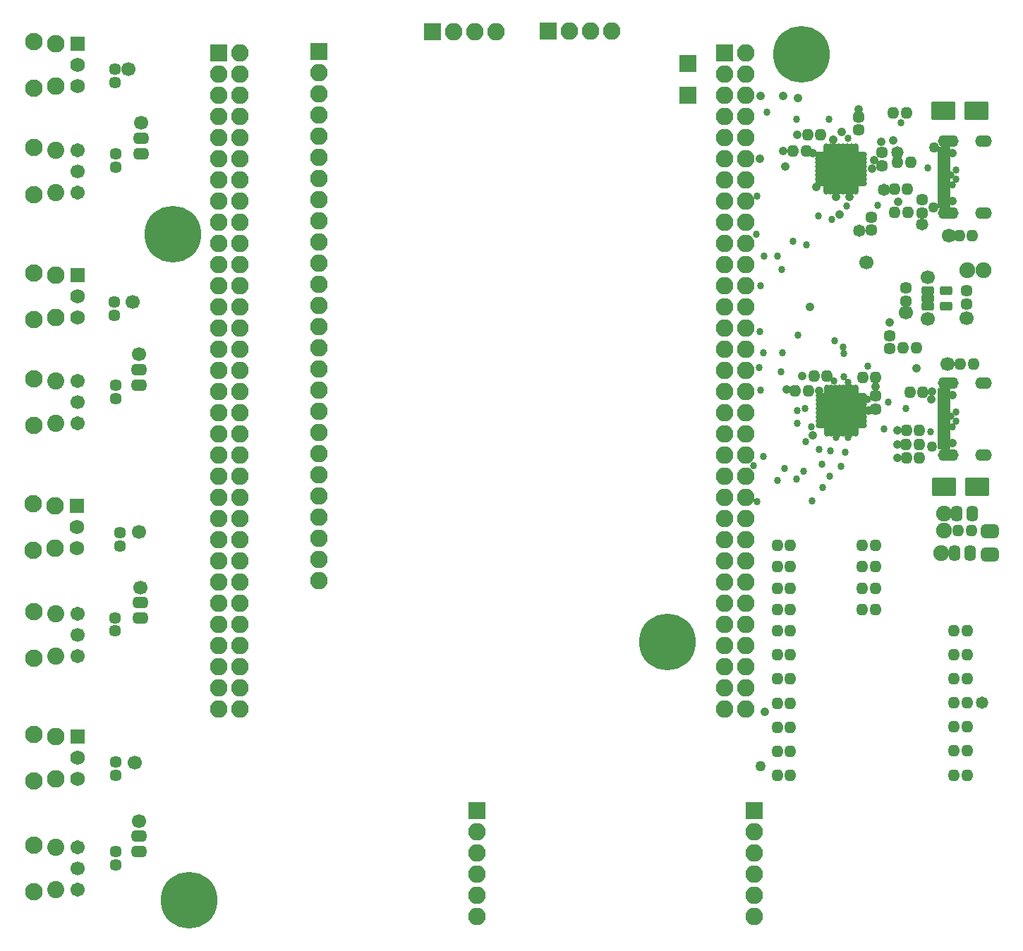
<source format=gbr>
%TF.GenerationSoftware,KiCad,Pcbnew,(6.0.7)*%
%TF.CreationDate,2022-08-08T23:44:24-07:00*%
%TF.ProjectId,adatface_baseboard,61646174-6661-4636-955f-62617365626f,rev?*%
%TF.SameCoordinates,Original*%
%TF.FileFunction,Soldermask,Top*%
%TF.FilePolarity,Negative*%
%FSLAX46Y46*%
G04 Gerber Fmt 4.6, Leading zero omitted, Abs format (unit mm)*
G04 Created by KiCad (PCBNEW (6.0.7)) date 2022-08-08 23:44:24*
%MOMM*%
%LPD*%
G01*
G04 APERTURE LIST*
G04 Aperture macros list*
%AMRoundRect*
0 Rectangle with rounded corners*
0 $1 Rounding radius*
0 $2 $3 $4 $5 $6 $7 $8 $9 X,Y pos of 4 corners*
0 Add a 4 corners polygon primitive as box body*
4,1,4,$2,$3,$4,$5,$6,$7,$8,$9,$2,$3,0*
0 Add four circle primitives for the rounded corners*
1,1,$1+$1,$2,$3*
1,1,$1+$1,$4,$5*
1,1,$1+$1,$6,$7*
1,1,$1+$1,$8,$9*
0 Add four rect primitives between the rounded corners*
20,1,$1+$1,$2,$3,$4,$5,0*
20,1,$1+$1,$4,$5,$6,$7,0*
20,1,$1+$1,$6,$7,$8,$9,0*
20,1,$1+$1,$8,$9,$2,$3,0*%
G04 Aperture macros list end*
%ADD10RoundRect,0.418750X0.218750X0.256250X-0.218750X0.256250X-0.218750X-0.256250X0.218750X-0.256250X0*%
%ADD11C,2.100000*%
%ADD12C,1.708000*%
%ADD13C,1.700000*%
%ADD14C,2.050000*%
%ADD15RoundRect,0.200000X-0.679000X0.679000X-0.679000X-0.679000X0.679000X-0.679000X0.679000X0.679000X0*%
%ADD16C,1.758000*%
%ADD17C,2.125000*%
%ADD18RoundRect,0.443750X-0.456250X0.243750X-0.456250X-0.243750X0.456250X-0.243750X0.456250X0.243750X0*%
%ADD19RoundRect,0.418750X-0.256250X0.218750X-0.256250X-0.218750X0.256250X-0.218750X0.256250X0.218750X0*%
%ADD20RoundRect,0.200000X0.850000X-0.850000X0.850000X0.850000X-0.850000X0.850000X-0.850000X-0.850000X0*%
%ADD21O,2.100000X2.100000*%
%ADD22RoundRect,0.450000X0.625000X-0.375000X0.625000X0.375000X-0.625000X0.375000X-0.625000X-0.375000X0*%
%ADD23RoundRect,0.200000X-0.530000X-0.325000X0.530000X-0.325000X0.530000X0.325000X-0.530000X0.325000X0*%
%ADD24C,1.200000*%
%ADD25C,6.800000*%
%ADD26RoundRect,0.418750X0.256250X-0.218750X0.256250X0.218750X-0.256250X0.218750X-0.256250X-0.218750X0*%
%ADD27RoundRect,0.418750X-0.218750X-0.256250X0.218750X-0.256250X0.218750X0.256250X-0.218750X0.256250X0*%
%ADD28RoundRect,0.443750X-0.243750X-0.456250X0.243750X-0.456250X0.243750X0.456250X-0.243750X0.456250X0*%
%ADD29RoundRect,0.200000X-0.850000X-0.850000X0.850000X-0.850000X0.850000X0.850000X-0.850000X0.850000X0*%
%ADD30C,1.900000*%
%ADD31C,1.050000*%
%ADD32RoundRect,0.200000X0.575000X-0.150000X0.575000X0.150000X-0.575000X0.150000X-0.575000X-0.150000X0*%
%ADD33O,2.500000X1.400000*%
%ADD34O,2.000000X1.400000*%
%ADD35RoundRect,0.200000X1.250000X0.900000X-1.250000X0.900000X-1.250000X-0.900000X1.250000X-0.900000X0*%
%ADD36RoundRect,0.200000X0.850000X0.850000X-0.850000X0.850000X-0.850000X-0.850000X0.850000X-0.850000X0*%
%ADD37RoundRect,0.262500X-0.375000X-0.062500X0.375000X-0.062500X0.375000X0.062500X-0.375000X0.062500X0*%
%ADD38RoundRect,0.262500X-0.062500X-0.375000X0.062500X-0.375000X0.062500X0.375000X-0.062500X0.375000X0*%
%ADD39RoundRect,0.200000X-1.650000X-1.650000X1.650000X-1.650000X1.650000X1.650000X-1.650000X1.650000X0*%
%ADD40C,0.860000*%
%ADD41C,1.060000*%
%ADD42C,1.480000*%
%ADD43C,1.260000*%
G04 APERTURE END LIST*
D10*
%TO.C,C10*%
X152087500Y-90500000D03*
X150512500Y-90500000D03*
%TD*%
%TO.C,R4*%
X136587500Y-114181666D03*
X135012500Y-114181666D03*
%TD*%
D11*
%TO.C,U1*%
X45816023Y-142589033D03*
X45816023Y-136989033D03*
D12*
X51056023Y-137249033D03*
D13*
X51056023Y-139789033D03*
D12*
X51056023Y-142329033D03*
D14*
X48426023Y-137249033D03*
X48426023Y-142329033D03*
%TD*%
D11*
%TO.C,TR2*%
X45810408Y-40557745D03*
X45810408Y-46157745D03*
D15*
X51050408Y-40817745D03*
D16*
X51050408Y-43357745D03*
X51050408Y-45897745D03*
D17*
X48430408Y-40817745D03*
X48430408Y-45897745D03*
%TD*%
D18*
%TO.C,L3*%
X58450000Y-79912500D03*
X58450000Y-81787500D03*
%TD*%
D11*
%TO.C,TR3*%
X45786111Y-68321385D03*
X45786111Y-73921385D03*
D15*
X51026111Y-68581385D03*
D16*
X51026111Y-71121385D03*
X51026111Y-73661385D03*
D17*
X48406111Y-68581385D03*
X48406111Y-73661385D03*
%TD*%
D19*
%TO.C,C9*%
X152400000Y-59562500D03*
X152400000Y-61137500D03*
%TD*%
D20*
%TO.C,J11*%
X93640000Y-39365000D03*
D21*
X96180000Y-39365000D03*
X98720000Y-39365000D03*
X101260000Y-39365000D03*
%TD*%
D22*
%TO.C,FB1*%
X160500000Y-102150000D03*
X160500000Y-99350000D03*
%TD*%
D10*
%TO.C,R8*%
X136587500Y-101027811D03*
X135012500Y-101027811D03*
%TD*%
D19*
%TO.C,C5*%
X55650000Y-127062500D03*
X55650000Y-128637500D03*
%TD*%
D23*
%TO.C,U7*%
X153050000Y-70437500D03*
X153050000Y-71387500D03*
X153050000Y-72337500D03*
X155250000Y-72337500D03*
X155250000Y-70437500D03*
%TD*%
D24*
%TO.C,H3*%
X60050000Y-63700000D03*
X64147056Y-62002944D03*
X64850000Y-63700000D03*
X60752944Y-62002944D03*
X64147056Y-65397056D03*
D25*
X62450000Y-63700000D03*
D24*
X62450000Y-66100000D03*
X60752944Y-65397056D03*
X62450000Y-61300000D03*
%TD*%
%TO.C,H4*%
X121793000Y-115049000D03*
X123490056Y-110951944D03*
X124193000Y-112649000D03*
X123490056Y-114346056D03*
X120095944Y-110951944D03*
D25*
X121793000Y-112649000D03*
D24*
X121793000Y-110249000D03*
X119393000Y-112649000D03*
X120095944Y-114346056D03*
%TD*%
D10*
%TO.C,D4*%
X157787500Y-114141666D03*
X156212500Y-114141666D03*
%TD*%
%TO.C,R13*%
X152075000Y-87200000D03*
X150500000Y-87200000D03*
%TD*%
%TO.C,D5*%
X157787500Y-117033332D03*
X156212500Y-117033332D03*
%TD*%
D19*
%TO.C,C7*%
X55450000Y-71862500D03*
X55450000Y-73437500D03*
%TD*%
D20*
%TO.C,J10*%
X107490000Y-39310000D03*
D21*
X110030000Y-39310000D03*
X112570000Y-39310000D03*
X115110000Y-39310000D03*
%TD*%
D10*
%TO.C,R14*%
X152512500Y-82675000D03*
X150937500Y-82675000D03*
%TD*%
%TO.C,C12*%
X138757500Y-82500000D03*
X137182500Y-82500000D03*
%TD*%
D26*
%TO.C,R17*%
X144800000Y-51187500D03*
X144800000Y-49612500D03*
%TD*%
D19*
%TO.C,C11*%
X150450000Y-70162500D03*
X150450000Y-71737500D03*
%TD*%
D18*
%TO.C,L4*%
X58550000Y-107875000D03*
X58550000Y-109750000D03*
%TD*%
D27*
%TO.C,R18*%
X145262500Y-80850000D03*
X146837500Y-80850000D03*
%TD*%
D11*
%TO.C,U2*%
X45830408Y-58920245D03*
X45830408Y-53320245D03*
D12*
X51070408Y-53580245D03*
D13*
X51070408Y-56120245D03*
D12*
X51070408Y-58660245D03*
D14*
X48440408Y-53580245D03*
X48440408Y-58660245D03*
%TD*%
D10*
%TO.C,D1*%
X157787500Y-128600000D03*
X156212500Y-128600000D03*
%TD*%
D26*
%TO.C,C3*%
X55650000Y-83425000D03*
X55650000Y-81850000D03*
%TD*%
D28*
%TO.C,C21*%
X156562500Y-97250000D03*
X158437500Y-97250000D03*
%TD*%
D18*
%TO.C,L1*%
X58400000Y-135912500D03*
X58400000Y-137787500D03*
%TD*%
D29*
%TO.C,J3*%
X128650000Y-41910000D03*
D21*
X131190000Y-41910000D03*
X128650000Y-44450000D03*
X131190000Y-44450000D03*
X128650000Y-46990000D03*
X131190000Y-46990000D03*
X128650000Y-49530000D03*
X131190000Y-49530000D03*
X128650000Y-52070000D03*
X131190000Y-52070000D03*
X128650000Y-54610000D03*
X131190000Y-54610000D03*
X128650000Y-57150000D03*
X131190000Y-57150000D03*
X128650000Y-59690000D03*
X131190000Y-59690000D03*
X128650000Y-62230000D03*
X131190000Y-62230000D03*
X128650000Y-64770000D03*
X131190000Y-64770000D03*
X128650000Y-67310000D03*
X131190000Y-67310000D03*
X128650000Y-69850000D03*
X131190000Y-69850000D03*
X128650000Y-72390000D03*
X131190000Y-72390000D03*
X128650000Y-74930000D03*
X131190000Y-74930000D03*
X128650000Y-77470000D03*
X131190000Y-77470000D03*
X128650000Y-80010000D03*
X131190000Y-80010000D03*
X128650000Y-82550000D03*
X131190000Y-82550000D03*
X128650000Y-85090000D03*
X131190000Y-85090000D03*
X128650000Y-87630000D03*
X131190000Y-87630000D03*
X128650000Y-90170000D03*
X131190000Y-90170000D03*
X128650000Y-92710000D03*
X131190000Y-92710000D03*
X128650000Y-95250000D03*
X131190000Y-95250000D03*
X128650000Y-97790000D03*
X131190000Y-97790000D03*
X128650000Y-100330000D03*
X131190000Y-100330000D03*
X128650000Y-102870000D03*
X131190000Y-102870000D03*
X128650000Y-105410000D03*
X131190000Y-105410000D03*
X128650000Y-107950000D03*
X131190000Y-107950000D03*
X128650000Y-110490000D03*
X131190000Y-110490000D03*
X128650000Y-113030000D03*
X131190000Y-113030000D03*
X128650000Y-115570000D03*
X131190000Y-115570000D03*
X128650000Y-118110000D03*
X131190000Y-118110000D03*
X128650000Y-120650000D03*
X131190000Y-120650000D03*
%TD*%
D10*
%TO.C,C14*%
X138507500Y-53690000D03*
X136932500Y-53690000D03*
%TD*%
D26*
%TO.C,C2*%
X55650000Y-55637500D03*
X55650000Y-54062500D03*
%TD*%
D10*
%TO.C,R3*%
X136587500Y-111290000D03*
X135012500Y-111290000D03*
%TD*%
D29*
%TO.C,J7*%
X80010000Y-41783000D03*
D21*
X80010000Y-44323000D03*
X80010000Y-46863000D03*
X80010000Y-49403000D03*
X80010000Y-51943000D03*
X80010000Y-54483000D03*
X80010000Y-57023000D03*
X80010000Y-59563000D03*
X80010000Y-62103000D03*
X80010000Y-64643000D03*
X80010000Y-67183000D03*
X80010000Y-69723000D03*
X80010000Y-72263000D03*
X80010000Y-74803000D03*
X80010000Y-77343000D03*
X80010000Y-79883000D03*
X80010000Y-82423000D03*
X80010000Y-84963000D03*
X80010000Y-87503000D03*
X80010000Y-90043000D03*
X80010000Y-92583000D03*
X80010000Y-95123000D03*
X80010000Y-97663000D03*
X80010000Y-100203000D03*
X80010000Y-102743000D03*
X80010000Y-105283000D03*
%TD*%
D29*
%TO.C,J6*%
X99000000Y-132900000D03*
D21*
X99000000Y-135440000D03*
X99000000Y-137980000D03*
X99000000Y-140520000D03*
X99000000Y-143060000D03*
X99000000Y-145600000D03*
%TD*%
D27*
%TO.C,R12*%
X156862500Y-63850000D03*
X158437500Y-63850000D03*
%TD*%
D30*
%TO.C,TP5*%
X157800000Y-68050000D03*
%TD*%
D31*
%TO.C,J4*%
X156045000Y-82960000D03*
X156045000Y-88740000D03*
D32*
X154980000Y-89200000D03*
X154980000Y-88400000D03*
X154980000Y-87100000D03*
X154980000Y-86100000D03*
X154980000Y-85600000D03*
X154980000Y-84600000D03*
X154980000Y-83300000D03*
X154980000Y-82500000D03*
X154980000Y-82800000D03*
X154980000Y-83600000D03*
X154980000Y-84100000D03*
X154980000Y-85100000D03*
X154980000Y-86600000D03*
X154980000Y-87600000D03*
X154980000Y-88100000D03*
X154980000Y-88900000D03*
D33*
X155545000Y-90170000D03*
D34*
X159725000Y-90170000D03*
X159725000Y-81530000D03*
D33*
X155545000Y-81530000D03*
%TD*%
D26*
%TO.C,C1*%
X55650000Y-139387500D03*
X55650000Y-137812500D03*
%TD*%
D10*
%TO.C,D2*%
X157787500Y-122816664D03*
X156212500Y-122816664D03*
%TD*%
D35*
%TO.C,D12*%
X158900000Y-48900000D03*
X154900000Y-48900000D03*
%TD*%
D19*
%TO.C,R24*%
X146300000Y-61637500D03*
X146300000Y-63212500D03*
%TD*%
D10*
%TO.C,R15*%
X150637500Y-58300000D03*
X149062500Y-58300000D03*
%TD*%
%TO.C,D9*%
X146812500Y-108751964D03*
X145237500Y-108751964D03*
%TD*%
%TO.C,R9*%
X136587500Y-103593358D03*
X135012500Y-103593358D03*
%TD*%
%TO.C,R1*%
X136587500Y-128640000D03*
X135012500Y-128640000D03*
%TD*%
D11*
%TO.C,U3*%
X45790000Y-86650000D03*
X45790000Y-81050000D03*
D12*
X51030000Y-81310000D03*
D13*
X51030000Y-83850000D03*
D12*
X51030000Y-86390000D03*
D14*
X48400000Y-81310000D03*
X48400000Y-86390000D03*
%TD*%
D19*
%TO.C,C8*%
X56136737Y-99533043D03*
X56136737Y-101108043D03*
%TD*%
D26*
%TO.C,R26*%
X148510000Y-77425000D03*
X148510000Y-75850000D03*
%TD*%
D10*
%TO.C,D6*%
X157787500Y-119924998D03*
X156212500Y-119924998D03*
%TD*%
%TO.C,R5*%
X136587500Y-117073332D03*
X135012500Y-117073332D03*
%TD*%
%TO.C,R23*%
X150687500Y-61100000D03*
X149112500Y-61100000D03*
%TD*%
D26*
%TO.C,C18*%
X147550000Y-55457500D03*
X147550000Y-53882500D03*
%TD*%
D10*
%TO.C,R11*%
X136587500Y-106158905D03*
X135012500Y-106158905D03*
%TD*%
D27*
%TO.C,R16*%
X149432500Y-55070000D03*
X151007500Y-55070000D03*
%TD*%
D10*
%TO.C,R19*%
X150487500Y-49100000D03*
X148912500Y-49100000D03*
%TD*%
%TO.C,D10*%
X146812500Y-106174642D03*
X145237500Y-106174642D03*
%TD*%
%TO.C,R10*%
X136587500Y-108724452D03*
X135012500Y-108724452D03*
%TD*%
%TO.C,D7*%
X146812500Y-101020000D03*
X145237500Y-101020000D03*
%TD*%
D36*
%TO.C,J9*%
X124250000Y-43250000D03*
%TD*%
D24*
%TO.C,H2*%
X62752944Y-141902944D03*
X66850000Y-143600000D03*
X64450000Y-146000000D03*
X66147056Y-145297056D03*
X64450000Y-141200000D03*
X66147056Y-141902944D03*
X62752944Y-145297056D03*
X62050000Y-143600000D03*
D25*
X64450000Y-143600000D03*
%TD*%
D29*
%TO.C,J1*%
X132250000Y-132900000D03*
D21*
X132250000Y-135440000D03*
X132250000Y-137980000D03*
X132250000Y-140520000D03*
X132250000Y-143060000D03*
X132250000Y-145600000D03*
%TD*%
D26*
%TO.C,C4*%
X55525979Y-111307392D03*
X55525979Y-109732392D03*
%TD*%
D10*
%TO.C,D11*%
X157787500Y-125708330D03*
X156212500Y-125708330D03*
%TD*%
D26*
%TO.C,C16*%
X146825000Y-84687500D03*
X146825000Y-83112500D03*
%TD*%
D10*
%TO.C,C17*%
X140237500Y-51740000D03*
X138662500Y-51740000D03*
%TD*%
%TO.C,D3*%
X157787500Y-111250000D03*
X156212500Y-111250000D03*
%TD*%
D19*
%TO.C,C6*%
X55500000Y-43887500D03*
X55500000Y-45462500D03*
%TD*%
D11*
%TO.C,TR4*%
X45706530Y-96043594D03*
X45706530Y-101643594D03*
D15*
X50946530Y-96303594D03*
D16*
X50946530Y-98843594D03*
X50946530Y-101383594D03*
D17*
X48326530Y-96303594D03*
X48326530Y-101383594D03*
%TD*%
D10*
%TO.C,R6*%
X136587500Y-119964998D03*
X135012500Y-119964998D03*
%TD*%
%TO.C,R25*%
X151712500Y-77362500D03*
X150137500Y-77362500D03*
%TD*%
D36*
%TO.C,J8*%
X124250000Y-47000000D03*
%TD*%
D10*
%TO.C,C15*%
X140997500Y-80730000D03*
X139422500Y-80730000D03*
%TD*%
D27*
%TO.C,R7*%
X156975000Y-79250000D03*
X158550000Y-79250000D03*
%TD*%
%TO.C,C20*%
X156712500Y-99250000D03*
X158287500Y-99250000D03*
%TD*%
D25*
%TO.C,H1*%
X137925000Y-42100000D03*
D24*
X137925000Y-39700000D03*
X137925000Y-44500000D03*
X140325000Y-42100000D03*
X139622056Y-43797056D03*
X136227944Y-40402944D03*
X135525000Y-42100000D03*
X136227944Y-43797056D03*
X139622056Y-40402944D03*
%TD*%
D10*
%TO.C,R21*%
X136587500Y-125748330D03*
X135012500Y-125748330D03*
%TD*%
D11*
%TO.C,U4*%
X45816023Y-108989033D03*
X45816023Y-114589033D03*
D12*
X51056023Y-109249033D03*
D13*
X51056023Y-111789033D03*
D12*
X51056023Y-114329033D03*
D14*
X48426023Y-109249033D03*
X48426023Y-114329033D03*
%TD*%
D19*
%TO.C,C13*%
X157750000Y-70462500D03*
X157750000Y-72037500D03*
%TD*%
D10*
%TO.C,D8*%
X146812500Y-103597321D03*
X145237500Y-103597321D03*
%TD*%
D11*
%TO.C,TR1*%
X45796023Y-123751533D03*
X45796023Y-129351533D03*
D15*
X51036023Y-124011533D03*
D16*
X51036023Y-126551533D03*
X51036023Y-129091533D03*
D17*
X48416023Y-124011533D03*
X48416023Y-129091533D03*
%TD*%
D29*
%TO.C,J2*%
X67945000Y-41910000D03*
D21*
X70485000Y-41910000D03*
X67945000Y-44450000D03*
X70485000Y-44450000D03*
X67945000Y-46990000D03*
X70485000Y-46990000D03*
X67945000Y-49530000D03*
X70485000Y-49530000D03*
X67945000Y-52070000D03*
X70485000Y-52070000D03*
X67945000Y-54610000D03*
X70485000Y-54610000D03*
X67945000Y-57150000D03*
X70485000Y-57150000D03*
X67945000Y-59690000D03*
X70485000Y-59690000D03*
X67945000Y-62230000D03*
X70485000Y-62230000D03*
X67945000Y-64770000D03*
X70485000Y-64770000D03*
X67945000Y-67310000D03*
X70485000Y-67310000D03*
X67945000Y-69850000D03*
X70485000Y-69850000D03*
X67945000Y-72390000D03*
X70485000Y-72390000D03*
X67945000Y-74930000D03*
X70485000Y-74930000D03*
X67945000Y-77470000D03*
X70485000Y-77470000D03*
X67945000Y-80010000D03*
X70485000Y-80010000D03*
X67945000Y-82550000D03*
X70485000Y-82550000D03*
X67945000Y-85090000D03*
X70485000Y-85090000D03*
X67945000Y-87630000D03*
X70485000Y-87630000D03*
X67945000Y-90170000D03*
X70485000Y-90170000D03*
X67945000Y-92710000D03*
X70485000Y-92710000D03*
X67945000Y-95250000D03*
X70485000Y-95250000D03*
X67945000Y-97790000D03*
X70485000Y-97790000D03*
X67945000Y-100330000D03*
X70485000Y-100330000D03*
X67945000Y-102870000D03*
X70485000Y-102870000D03*
X67945000Y-105410000D03*
X70485000Y-105410000D03*
X67945000Y-107950000D03*
X70485000Y-107950000D03*
X67945000Y-110490000D03*
X70485000Y-110490000D03*
X67945000Y-113030000D03*
X70485000Y-113030000D03*
X67945000Y-115570000D03*
X70485000Y-115570000D03*
X67945000Y-118110000D03*
X70485000Y-118110000D03*
X67945000Y-120650000D03*
X70485000Y-120650000D03*
%TD*%
D37*
%TO.C,U5*%
X140212500Y-54100000D03*
X140212500Y-54600000D03*
X140212500Y-55100000D03*
X140212500Y-55600000D03*
X140212500Y-56100000D03*
X140212500Y-56600000D03*
X140212500Y-57100000D03*
X140212500Y-57600000D03*
D38*
X140900000Y-58287500D03*
X141400000Y-58287500D03*
X141900000Y-58287500D03*
X142400000Y-58287500D03*
X142900000Y-58287500D03*
X143400000Y-58287500D03*
X143900000Y-58287500D03*
X144400000Y-58287500D03*
D37*
X145087500Y-57600000D03*
X145087500Y-57100000D03*
X145087500Y-56600000D03*
X145087500Y-56100000D03*
X145087500Y-55600000D03*
X145087500Y-55100000D03*
X145087500Y-54600000D03*
X145087500Y-54100000D03*
D38*
X144400000Y-53412500D03*
X143900000Y-53412500D03*
X143400000Y-53412500D03*
X142900000Y-53412500D03*
X142400000Y-53412500D03*
X141900000Y-53412500D03*
X141400000Y-53412500D03*
X140900000Y-53412500D03*
D39*
X142650000Y-55850000D03*
%TD*%
D28*
%TO.C,C19*%
X156312500Y-102000000D03*
X158187500Y-102000000D03*
%TD*%
D10*
%TO.C,R2*%
X136587500Y-122856664D03*
X135012500Y-122856664D03*
%TD*%
D31*
%TO.C,J5*%
X156045000Y-53960000D03*
X156045000Y-59740000D03*
D32*
X154980000Y-60200000D03*
X154980000Y-59400000D03*
X154980000Y-58100000D03*
X154980000Y-57100000D03*
X154980000Y-56600000D03*
X154980000Y-55600000D03*
X154980000Y-54300000D03*
X154980000Y-53500000D03*
X154980000Y-53800000D03*
X154980000Y-54600000D03*
X154980000Y-55100000D03*
X154980000Y-56100000D03*
X154980000Y-57600000D03*
X154980000Y-58600000D03*
X154980000Y-59100000D03*
X154980000Y-59900000D03*
D33*
X155545000Y-52530000D03*
D34*
X159725000Y-61170000D03*
X159725000Y-52530000D03*
D33*
X155545000Y-61170000D03*
%TD*%
D37*
%TO.C,U6*%
X140262500Y-83125000D03*
X140262500Y-83625000D03*
X140262500Y-84125000D03*
X140262500Y-84625000D03*
X140262500Y-85125000D03*
X140262500Y-85625000D03*
X140262500Y-86125000D03*
X140262500Y-86625000D03*
D38*
X140950000Y-87312500D03*
X141450000Y-87312500D03*
X141950000Y-87312500D03*
X142450000Y-87312500D03*
X142950000Y-87312500D03*
X143450000Y-87312500D03*
X143950000Y-87312500D03*
X144450000Y-87312500D03*
D37*
X145137500Y-86625000D03*
X145137500Y-86125000D03*
X145137500Y-85625000D03*
X145137500Y-85125000D03*
X145137500Y-84625000D03*
X145137500Y-84125000D03*
X145137500Y-83625000D03*
X145137500Y-83125000D03*
D38*
X144450000Y-82437500D03*
X143950000Y-82437500D03*
X143450000Y-82437500D03*
X142950000Y-82437500D03*
X142450000Y-82437500D03*
X141950000Y-82437500D03*
X141450000Y-82437500D03*
X140950000Y-82437500D03*
D39*
X142700000Y-84875000D03*
%TD*%
D35*
%TO.C,D13*%
X159000000Y-94000000D03*
X155000000Y-94000000D03*
%TD*%
D10*
%TO.C,R20*%
X152050000Y-88900000D03*
X150475000Y-88900000D03*
%TD*%
D18*
%TO.C,L2*%
X58650000Y-52156250D03*
X58650000Y-54031250D03*
%TD*%
D40*
X156425000Y-57125000D03*
X156425000Y-56000000D03*
X156035000Y-57775000D03*
X155895500Y-56579500D03*
X143650000Y-54850000D03*
X141550000Y-61940000D03*
D30*
X155000000Y-97250000D03*
D40*
X142630000Y-91570000D03*
X138430000Y-88610000D03*
D41*
X133030000Y-47130000D03*
X135720000Y-47070000D03*
D40*
X141754384Y-83960199D03*
X137350000Y-93040000D03*
D13*
X150450000Y-73100000D03*
D40*
X143650000Y-55850000D03*
X149850000Y-50340000D03*
X142750000Y-85950000D03*
D41*
X148500000Y-74250000D03*
D40*
X143310000Y-60280000D03*
X137420000Y-86410000D03*
D42*
X144850000Y-63275000D03*
D40*
X133460000Y-66360000D03*
X142650000Y-56850000D03*
D41*
X132940000Y-54600000D03*
X153560000Y-82570000D03*
D40*
X132600000Y-59100000D03*
X133010000Y-82430000D03*
D30*
X155000000Y-99300000D03*
D43*
X153550000Y-89200000D03*
D40*
X139990000Y-89530000D03*
D42*
X159600000Y-119900000D03*
D40*
X140480000Y-94090000D03*
X135600000Y-77900000D03*
X133020000Y-69860000D03*
D41*
X144800000Y-48750000D03*
D40*
X138300000Y-84650000D03*
X138540000Y-64980000D03*
X139180000Y-95670000D03*
X143130000Y-89860000D03*
X135060000Y-66330000D03*
X141650000Y-54850000D03*
X141750000Y-84850000D03*
D41*
X135710000Y-53680000D03*
D40*
X132490000Y-63710000D03*
X141650000Y-55850000D03*
D43*
X153825000Y-53325000D03*
D40*
X142750000Y-83800000D03*
X143650000Y-84850000D03*
X141750000Y-85950000D03*
D41*
X137980000Y-80730000D03*
D40*
X136890000Y-64530000D03*
D41*
X137400000Y-51740000D03*
D40*
X133370000Y-90340000D03*
X132600000Y-95790000D03*
X143650000Y-85950000D03*
X132860000Y-79660000D03*
X147820000Y-87080000D03*
D30*
X154700000Y-102000000D03*
D40*
X147080000Y-60210000D03*
X142750000Y-84850000D03*
D42*
X149420000Y-53910000D03*
D41*
X149412500Y-87200000D03*
D40*
X141200000Y-49890000D03*
X133330000Y-77890000D03*
X143650000Y-56850000D03*
X135870000Y-91820000D03*
D41*
X136150000Y-82330000D03*
D40*
X138190000Y-92130000D03*
X139940000Y-61480000D03*
D41*
X146825000Y-81975000D03*
X149425000Y-90525000D03*
X135950000Y-55600000D03*
D40*
X137330000Y-49910000D03*
X143650000Y-83800000D03*
X141650000Y-56850000D03*
X140400000Y-91300000D03*
D13*
X155650000Y-63850000D03*
D40*
X132910000Y-75370000D03*
X137520000Y-75810000D03*
X135480000Y-80250000D03*
X141400000Y-89670000D03*
D41*
X147520000Y-52640000D03*
D40*
X142650000Y-55850000D03*
X135050000Y-93210000D03*
X142650000Y-54850000D03*
D13*
X155400000Y-79250000D03*
D42*
X152400000Y-62550000D03*
D40*
X137420000Y-84850000D03*
D13*
X157750000Y-73800000D03*
D42*
X147841950Y-58391950D03*
D43*
X153775000Y-60500000D03*
D40*
X141290000Y-92730000D03*
X135530000Y-67940000D03*
X133790000Y-49070000D03*
X141870000Y-76460000D03*
D13*
X58550000Y-106150000D03*
X57650000Y-71850000D03*
D40*
X143529500Y-88095000D03*
D41*
X139667911Y-58032917D03*
X143630000Y-59230000D03*
X139240000Y-53920500D03*
D40*
X142029500Y-88114428D03*
D13*
X58650000Y-50343750D03*
X58450000Y-78112500D03*
D41*
X142074144Y-59210155D03*
D13*
X153100000Y-68900000D03*
X57900000Y-127100000D03*
X153050000Y-73900000D03*
D41*
X140000000Y-82500000D03*
D13*
X58450000Y-99450000D03*
D41*
X139270000Y-87810000D03*
D13*
X58400000Y-134100000D03*
X57150000Y-43850000D03*
D41*
X146350000Y-55850000D03*
X145975000Y-84900000D03*
D30*
X159775000Y-68050000D03*
D13*
X145737840Y-67109048D03*
D40*
X142954263Y-80810000D03*
D41*
X141705105Y-52364145D03*
D40*
X141795263Y-81290000D03*
D41*
X142760000Y-51420000D03*
D43*
X133000000Y-127500000D03*
D41*
X133500000Y-121000000D03*
X142460000Y-61320000D03*
X137490000Y-47380000D03*
D40*
X143479500Y-52170000D03*
X153070000Y-55710000D03*
D41*
X148912500Y-52427598D03*
X146600000Y-54800000D03*
D40*
X148350000Y-83875000D03*
D41*
X149425000Y-88900000D03*
X138950098Y-72390000D03*
X149490000Y-59810000D03*
X151730000Y-79770000D03*
X153470000Y-83480000D03*
D40*
X142890000Y-77280000D03*
X142970000Y-78004500D03*
X145910000Y-83530000D03*
X145900000Y-79490000D03*
X143491719Y-81519809D03*
X132150000Y-91450000D03*
X139129124Y-86811999D03*
X150450000Y-84625000D03*
X153400000Y-87375000D03*
X156425000Y-85000000D03*
X156425000Y-86125000D03*
X155895500Y-85579500D03*
X156035000Y-86775000D03*
M02*

</source>
